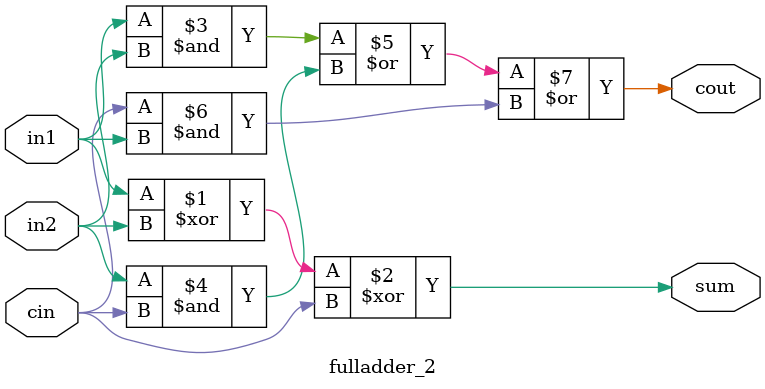
<source format=v>
module fulladder_2(in1, in2, cin, sum, cout);
	input wire in1, in2, cin;
	output wire sum, cout;
	assign sum = in1 ^ in2 ^ cin;
	assign cout = (in1 & in2) | (in2 & cin) | (cin & in1);
endmodule
</source>
